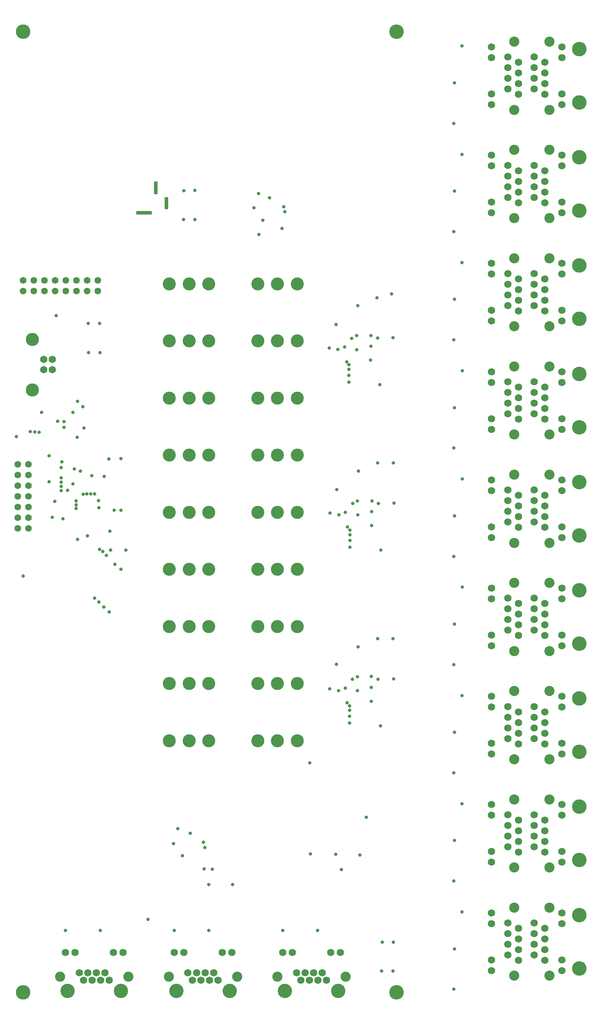
<source format=gbs>
G04*
G04 #@! TF.GenerationSoftware,Altium Limited,Altium Designer,23.10.1 (27)*
G04*
G04 Layer_Color=16711935*
%FSLAX44Y44*%
%MOMM*%
G71*
G04*
G04 #@! TF.SameCoordinates,2E78A80F-BD86-4490-A529-E194FF2111EF*
G04*
G04*
G04 #@! TF.FilePolarity,Negative*
G04*
G01*
G75*
%ADD54C,1.7272*%
%ADD55C,3.1242*%
G04:AMPARAMS|DCode=56|XSize=0.889mm|YSize=3.7084mm|CornerRadius=0.1359mm|HoleSize=0mm|Usage=FLASHONLY|Rotation=90.000|XOffset=0mm|YOffset=0mm|HoleType=Round|Shape=RoundedRectangle|*
%AMROUNDEDRECTD56*
21,1,0.8890,3.4366,0,0,90.0*
21,1,0.6172,3.7084,0,0,90.0*
1,1,0.2718,1.7183,0.3086*
1,1,0.2718,1.7183,-0.3086*
1,1,0.2718,-1.7183,-0.3086*
1,1,0.2718,-1.7183,0.3086*
%
%ADD56ROUNDEDRECTD56*%
G04:AMPARAMS|DCode=57|XSize=0.889mm|YSize=3.0988mm|CornerRadius=0.1359mm|HoleSize=0mm|Usage=FLASHONLY|Rotation=180.000|XOffset=0mm|YOffset=0mm|HoleType=Round|Shape=RoundedRectangle|*
%AMROUNDEDRECTD57*
21,1,0.8890,2.8270,0,0,180.0*
21,1,0.6172,3.0988,0,0,180.0*
1,1,0.2718,-0.3086,1.4135*
1,1,0.2718,0.3086,1.4135*
1,1,0.2718,0.3086,-1.4135*
1,1,0.2718,-0.3086,-1.4135*
%
%ADD57ROUNDEDRECTD57*%
G04:AMPARAMS|DCode=58|XSize=0.889mm|YSize=2.921mm|CornerRadius=0.1359mm|HoleSize=0mm|Usage=FLASHONLY|Rotation=180.000|XOffset=0mm|YOffset=0mm|HoleType=Round|Shape=RoundedRectangle|*
%AMROUNDEDRECTD58*
21,1,0.8890,2.6492,0,0,180.0*
21,1,0.6172,2.9210,0,0,180.0*
1,1,0.2718,-0.3086,1.3246*
1,1,0.2718,0.3086,1.3246*
1,1,0.2718,0.3086,-1.3246*
1,1,0.2718,-0.3086,-1.3246*
%
%ADD58ROUNDEDRECTD58*%
%ADD59C,3.0988*%
%ADD60C,1.6002*%
%ADD61C,2.4130*%
%ADD62C,3.4544*%
%ADD63C,3.4036*%
%ADD64C,0.8032*%
D54*
X99822Y1506728D02*
D03*
Y1531620D02*
D03*
X119888Y1506728D02*
D03*
Y1531620D02*
D03*
X1333246Y77470D02*
D03*
Y102870D02*
D03*
Y189230D02*
D03*
Y214630D02*
D03*
X1267206Y190500D02*
D03*
X1292606Y177800D02*
D03*
X1267206Y165100D02*
D03*
X1292606Y152400D02*
D03*
X1267206Y139700D02*
D03*
X1292606Y127000D02*
D03*
X1267206Y114300D02*
D03*
X1292606Y101600D02*
D03*
X1165606Y77470D02*
D03*
X1230376Y101600D02*
D03*
X1165606Y189230D02*
D03*
Y214630D02*
D03*
Y102870D02*
D03*
X1204976Y114300D02*
D03*
X1230376Y152400D02*
D03*
X1204976Y165100D02*
D03*
X1230376Y127000D02*
D03*
X1204976Y139700D02*
D03*
X1230376Y177800D02*
D03*
X1204976Y190500D02*
D03*
X1333246Y335026D02*
D03*
Y360426D02*
D03*
Y446786D02*
D03*
Y472186D02*
D03*
X1267206Y448056D02*
D03*
X1292606Y435356D02*
D03*
X1267206Y422656D02*
D03*
X1292606Y409956D02*
D03*
X1267206Y397256D02*
D03*
X1292606Y384556D02*
D03*
X1267206Y371856D02*
D03*
X1292606Y359156D02*
D03*
X1165606Y335026D02*
D03*
X1230376Y359156D02*
D03*
X1165606Y446786D02*
D03*
Y472186D02*
D03*
Y360426D02*
D03*
X1204976Y371856D02*
D03*
X1230376Y409956D02*
D03*
X1204976Y422656D02*
D03*
X1230376Y384556D02*
D03*
X1204976Y397256D02*
D03*
X1230376Y435356D02*
D03*
X1204976Y448056D02*
D03*
X1333246Y592582D02*
D03*
Y617982D02*
D03*
Y704342D02*
D03*
Y729742D02*
D03*
X1267206Y705612D02*
D03*
X1292606Y692912D02*
D03*
X1267206Y680212D02*
D03*
X1292606Y667512D02*
D03*
X1267206Y654812D02*
D03*
X1292606Y642112D02*
D03*
X1267206Y629412D02*
D03*
X1292606Y616712D02*
D03*
X1165606Y592582D02*
D03*
X1230376Y616712D02*
D03*
X1165606Y704342D02*
D03*
Y729742D02*
D03*
Y617982D02*
D03*
X1204976Y629412D02*
D03*
X1230376Y667512D02*
D03*
X1204976Y680212D02*
D03*
X1230376Y642112D02*
D03*
X1204976Y654812D02*
D03*
X1230376Y692912D02*
D03*
X1204976Y705612D02*
D03*
X1333246Y850138D02*
D03*
Y875538D02*
D03*
Y961898D02*
D03*
Y987298D02*
D03*
X1267206Y963168D02*
D03*
X1292606Y950468D02*
D03*
X1267206Y937768D02*
D03*
X1292606Y925068D02*
D03*
X1267206Y912368D02*
D03*
X1292606Y899668D02*
D03*
X1267206Y886968D02*
D03*
X1292606Y874268D02*
D03*
X1165606Y850138D02*
D03*
X1230376Y874268D02*
D03*
X1165606Y961898D02*
D03*
Y987298D02*
D03*
Y875538D02*
D03*
X1204976Y886968D02*
D03*
X1230376Y925068D02*
D03*
X1204976Y937768D02*
D03*
X1230376Y899668D02*
D03*
X1204976Y912368D02*
D03*
X1230376Y950468D02*
D03*
X1204976Y963168D02*
D03*
X1333246Y1107694D02*
D03*
Y1133094D02*
D03*
Y1219454D02*
D03*
Y1244854D02*
D03*
X1267206Y1220724D02*
D03*
X1292606Y1208024D02*
D03*
X1267206Y1195324D02*
D03*
X1292606Y1182624D02*
D03*
X1267206Y1169924D02*
D03*
X1292606Y1157224D02*
D03*
X1267206Y1144524D02*
D03*
X1292606Y1131824D02*
D03*
X1165606Y1107694D02*
D03*
X1230376Y1131824D02*
D03*
X1165606Y1219454D02*
D03*
Y1244854D02*
D03*
Y1133094D02*
D03*
X1204976Y1144524D02*
D03*
X1230376Y1182624D02*
D03*
X1204976Y1195324D02*
D03*
X1230376Y1157224D02*
D03*
X1204976Y1169924D02*
D03*
X1230376Y1208024D02*
D03*
X1204976Y1220724D02*
D03*
X1333246Y1365250D02*
D03*
Y1390650D02*
D03*
Y1477010D02*
D03*
Y1502410D02*
D03*
X1267206Y1478280D02*
D03*
X1292606Y1465580D02*
D03*
X1267206Y1452880D02*
D03*
X1292606Y1440180D02*
D03*
X1267206Y1427480D02*
D03*
X1292606Y1414780D02*
D03*
X1267206Y1402080D02*
D03*
X1292606Y1389380D02*
D03*
X1165606Y1365250D02*
D03*
X1230376Y1389380D02*
D03*
X1165606Y1477010D02*
D03*
Y1502410D02*
D03*
Y1390650D02*
D03*
X1204976Y1402080D02*
D03*
X1230376Y1440180D02*
D03*
X1204976Y1452880D02*
D03*
X1230376Y1414780D02*
D03*
X1204976Y1427480D02*
D03*
X1230376Y1465580D02*
D03*
X1204976Y1478280D02*
D03*
X1333246Y1622806D02*
D03*
Y1648206D02*
D03*
Y1734566D02*
D03*
Y1759966D02*
D03*
X1267206Y1735836D02*
D03*
X1292606Y1723136D02*
D03*
X1267206Y1710436D02*
D03*
X1292606Y1697736D02*
D03*
X1267206Y1685036D02*
D03*
X1292606Y1672336D02*
D03*
X1267206Y1659636D02*
D03*
X1292606Y1646936D02*
D03*
X1165606Y1622806D02*
D03*
X1230376Y1646936D02*
D03*
X1165606Y1734566D02*
D03*
Y1759966D02*
D03*
Y1648206D02*
D03*
X1204976Y1659636D02*
D03*
X1230376Y1697736D02*
D03*
X1204976Y1710436D02*
D03*
X1230376Y1672336D02*
D03*
X1204976Y1685036D02*
D03*
X1230376Y1723136D02*
D03*
X1204976Y1735836D02*
D03*
X1333246Y1880362D02*
D03*
Y1905762D02*
D03*
Y1992122D02*
D03*
Y2017522D02*
D03*
X1267206Y1993392D02*
D03*
X1292606Y1980692D02*
D03*
X1267206Y1967992D02*
D03*
X1292606Y1955292D02*
D03*
X1267206Y1942592D02*
D03*
X1292606Y1929892D02*
D03*
X1267206Y1917192D02*
D03*
X1292606Y1904492D02*
D03*
X1165606Y1880362D02*
D03*
X1230376Y1904492D02*
D03*
X1165606Y1992122D02*
D03*
Y2017522D02*
D03*
Y1905762D02*
D03*
X1204976Y1917192D02*
D03*
X1230376Y1955292D02*
D03*
X1204976Y1967992D02*
D03*
X1230376Y1929892D02*
D03*
X1204976Y1942592D02*
D03*
X1230376Y1980692D02*
D03*
X1204976Y1993392D02*
D03*
X1333246Y2137918D02*
D03*
Y2163318D02*
D03*
Y2249678D02*
D03*
Y2275078D02*
D03*
X1267206Y2250948D02*
D03*
X1292606Y2238248D02*
D03*
X1267206Y2225548D02*
D03*
X1292606Y2212848D02*
D03*
X1267206Y2200148D02*
D03*
X1292606Y2187448D02*
D03*
X1267206Y2174748D02*
D03*
X1292606Y2162048D02*
D03*
X1165606Y2137918D02*
D03*
X1230376Y2162048D02*
D03*
X1165606Y2249678D02*
D03*
Y2275078D02*
D03*
Y2163318D02*
D03*
X1204976Y2174748D02*
D03*
X1230376Y2212848D02*
D03*
X1204976Y2225548D02*
D03*
X1230376Y2187448D02*
D03*
X1204976Y2200148D02*
D03*
X1230376Y2238248D02*
D03*
X1204976Y2250948D02*
D03*
X669036Y119888D02*
D03*
X691896D02*
D03*
X783336D02*
D03*
X806196D02*
D03*
X701802Y71628D02*
D03*
X712026Y53848D02*
D03*
X722186Y71628D02*
D03*
X732409Y53848D02*
D03*
X742505Y71628D02*
D03*
X752793Y53848D02*
D03*
X762952Y71628D02*
D03*
X773176Y53848D02*
D03*
X410464Y119888D02*
D03*
X433324D02*
D03*
X524764D02*
D03*
X547624D02*
D03*
X443230Y71628D02*
D03*
X453453Y53848D02*
D03*
X463614Y71628D02*
D03*
X473837Y53848D02*
D03*
X483933Y71628D02*
D03*
X494221Y53848D02*
D03*
X504380Y71628D02*
D03*
X514604Y53848D02*
D03*
X151892Y119888D02*
D03*
X174752D02*
D03*
X266192D02*
D03*
X289052D02*
D03*
X184658Y71628D02*
D03*
X194881Y53848D02*
D03*
X205042Y71628D02*
D03*
X215265Y53848D02*
D03*
X225361Y71628D02*
D03*
X235648Y53848D02*
D03*
X245809Y71628D02*
D03*
X256032Y53848D02*
D03*
D55*
X72644Y1579372D02*
D03*
Y1458976D02*
D03*
D56*
X338582Y1880108D02*
D03*
D57*
X366522Y1940052D02*
D03*
D58*
X391668Y1903222D02*
D03*
D59*
X609346Y624078D02*
D03*
X656336D02*
D03*
X703326D02*
D03*
X399034D02*
D03*
X446024D02*
D03*
X493014D02*
D03*
X609346Y759968D02*
D03*
X656336D02*
D03*
X703326D02*
D03*
X399034D02*
D03*
X446024D02*
D03*
X493014D02*
D03*
X609346Y895858D02*
D03*
X656336D02*
D03*
X703326D02*
D03*
X399034D02*
D03*
X446024D02*
D03*
X493014D02*
D03*
X609346Y1031748D02*
D03*
X656336D02*
D03*
X703326D02*
D03*
X399034D02*
D03*
X446024D02*
D03*
X493014D02*
D03*
X609346Y1167638D02*
D03*
X656336D02*
D03*
X703326D02*
D03*
X399034D02*
D03*
X446024D02*
D03*
X493014D02*
D03*
X609346Y1303528D02*
D03*
X656336D02*
D03*
X703326D02*
D03*
X399034D02*
D03*
X446024D02*
D03*
X493014D02*
D03*
X609346Y1439418D02*
D03*
X656336D02*
D03*
X703326D02*
D03*
X399034D02*
D03*
X446024D02*
D03*
X493014D02*
D03*
X609346Y1575308D02*
D03*
X656336D02*
D03*
X703326D02*
D03*
X399034D02*
D03*
X446024D02*
D03*
X493014D02*
D03*
X609346Y1711198D02*
D03*
X656336D02*
D03*
X703326D02*
D03*
X399034D02*
D03*
X446024D02*
D03*
X493014D02*
D03*
D60*
X177800Y1719580D02*
D03*
Y1694180D02*
D03*
X152400Y1719580D02*
D03*
Y1694180D02*
D03*
X127000Y1719580D02*
D03*
Y1694180D02*
D03*
X101600Y1719580D02*
D03*
Y1694180D02*
D03*
X76200Y1719580D02*
D03*
Y1694180D02*
D03*
X50800Y1719580D02*
D03*
Y1694180D02*
D03*
X203200Y1719580D02*
D03*
Y1694180D02*
D03*
X228600Y1719580D02*
D03*
Y1694180D02*
D03*
X37846Y1282192D02*
D03*
X63246D02*
D03*
X37846Y1256792D02*
D03*
X63246D02*
D03*
X37846Y1231392D02*
D03*
X63246D02*
D03*
X37846Y1205992D02*
D03*
X63246D02*
D03*
X37846Y1180592D02*
D03*
X63246D02*
D03*
X37846Y1155192D02*
D03*
X63246D02*
D03*
X37846Y1129792D02*
D03*
X63246D02*
D03*
D61*
X1304036Y227203D02*
D03*
Y64897D02*
D03*
X1220216Y227203D02*
D03*
Y64897D02*
D03*
X1304036Y484759D02*
D03*
Y322453D02*
D03*
X1220216Y484759D02*
D03*
Y322453D02*
D03*
X1304036Y742315D02*
D03*
Y580009D02*
D03*
X1220216Y742315D02*
D03*
Y580009D02*
D03*
X1304036Y999871D02*
D03*
Y837565D02*
D03*
X1220216Y999871D02*
D03*
Y837565D02*
D03*
X1304036Y1257427D02*
D03*
Y1095121D02*
D03*
X1220216Y1257427D02*
D03*
Y1095121D02*
D03*
X1304036Y1514983D02*
D03*
Y1352677D02*
D03*
X1220216Y1514983D02*
D03*
Y1352677D02*
D03*
X1304036Y1772539D02*
D03*
Y1610233D02*
D03*
X1220216Y1772539D02*
D03*
Y1610233D02*
D03*
X1304036Y2030095D02*
D03*
Y1867789D02*
D03*
X1220216Y2030095D02*
D03*
Y1867789D02*
D03*
X1304036Y2287651D02*
D03*
Y2125345D02*
D03*
X1220216Y2287651D02*
D03*
Y2125345D02*
D03*
X818896Y62738D02*
D03*
X656336D02*
D03*
X560324D02*
D03*
X397764D02*
D03*
X301752D02*
D03*
X139192D02*
D03*
D62*
X1375156Y209550D02*
D03*
Y82550D02*
D03*
Y467106D02*
D03*
Y340106D02*
D03*
Y724662D02*
D03*
Y597662D02*
D03*
Y982218D02*
D03*
Y855218D02*
D03*
Y1239774D02*
D03*
Y1112774D02*
D03*
Y1497330D02*
D03*
Y1370330D02*
D03*
Y1754886D02*
D03*
Y1627886D02*
D03*
Y2012442D02*
D03*
Y1885442D02*
D03*
Y2269998D02*
D03*
Y2142998D02*
D03*
X939800Y2311400D02*
D03*
X50800D02*
D03*
X939800Y25400D02*
D03*
X50800D02*
D03*
D63*
X801116Y28448D02*
D03*
X674116D02*
D03*
X542544D02*
D03*
X415544D02*
D03*
X283972D02*
D03*
X156972D02*
D03*
D64*
X179989Y1103533D02*
D03*
X283718Y1295400D02*
D03*
X255270Y1294892D02*
D03*
X179578Y1345946D02*
D03*
X88646Y1357884D02*
D03*
X79096Y1359286D02*
D03*
X234037Y1547493D02*
D03*
X206859D02*
D03*
X34555Y1347735D02*
D03*
X243586Y1253490D02*
D03*
X193868Y1210752D02*
D03*
X221145Y1211402D02*
D03*
X213868Y1254760D02*
D03*
X232421Y1079511D02*
D03*
X240792Y1074674D02*
D03*
X249174Y1064768D02*
D03*
X269494Y1043940D02*
D03*
X283972Y1032002D02*
D03*
X204470Y1111758D02*
D03*
X172974Y1271270D02*
D03*
X186866Y1265604D02*
D03*
X180340Y1431798D02*
D03*
X193294Y1419098D02*
D03*
X143208Y1287526D02*
D03*
X141478Y1274318D02*
D03*
X67480Y1359822D02*
D03*
X129286Y1635760D02*
D03*
X195580Y1368552D02*
D03*
X232651Y1617438D02*
D03*
X205473D02*
D03*
X169164Y1405128D02*
D03*
X132842Y1384554D02*
D03*
X94742Y1405636D02*
D03*
X147828Y1370330D02*
D03*
X148082Y1383284D02*
D03*
X751586Y172974D02*
D03*
X669036D02*
D03*
X493014D02*
D03*
X410464D02*
D03*
X1075944Y32766D02*
D03*
X1077468Y129032D02*
D03*
X1075944Y290322D02*
D03*
X1077468Y386588D02*
D03*
X1075944Y547878D02*
D03*
X1077468Y644144D02*
D03*
X1075944Y805434D02*
D03*
X1077468Y901700D02*
D03*
X1075944Y1062990D02*
D03*
X1077468Y1159256D02*
D03*
X1075944Y1320546D02*
D03*
X1077468Y1416812D02*
D03*
X1075944Y1578102D02*
D03*
X1077468Y1674368D02*
D03*
X1075944Y1835658D02*
D03*
X1077468Y1931924D02*
D03*
X1075944Y2093214D02*
D03*
X1077468Y2189480D02*
D03*
X347726Y198882D02*
D03*
X295216Y1078230D02*
D03*
X259402D02*
D03*
X50546Y1015746D02*
D03*
X433324Y1933194D02*
D03*
X459753Y1933482D02*
D03*
X255524Y930656D02*
D03*
X243078Y942340D02*
D03*
X230886Y954532D02*
D03*
X221234Y963930D02*
D03*
X230124Y1195832D02*
D03*
X156464Y1219708D02*
D03*
X141478Y1219200D02*
D03*
Y1249680D02*
D03*
Y1239520D02*
D03*
X126492Y1194054D02*
D03*
X119888Y1155954D02*
D03*
X733298Y571754D02*
D03*
X808228Y317500D02*
D03*
X927608Y1687322D02*
D03*
X667258Y1843024D02*
D03*
X176802Y1176783D02*
D03*
X231092Y1178673D02*
D03*
X878858Y1588263D02*
D03*
X795800Y1614679D02*
D03*
X878078Y1529842D02*
D03*
X881144Y1194817D02*
D03*
X797832Y1221741D02*
D03*
X880306Y1136434D02*
D03*
X796816Y805689D02*
D03*
X880110Y718058D02*
D03*
X879758Y777007D02*
D03*
X611886Y1828800D02*
D03*
X848233Y847979D02*
D03*
X849249Y1266063D02*
D03*
X847217Y1659509D02*
D03*
X459499Y1864394D02*
D03*
X432321D02*
D03*
X828040Y666242D02*
D03*
Y682244D02*
D03*
X932942Y771652D02*
D03*
X896112Y770636D02*
D03*
X828040Y707390D02*
D03*
X827786Y696468D02*
D03*
X880110Y751078D02*
D03*
X846483Y743359D02*
D03*
X894588Y866902D02*
D03*
X931418Y867156D02*
D03*
X901517Y659953D02*
D03*
X846328Y776732D02*
D03*
X834595Y770333D02*
D03*
X801624Y743712D02*
D03*
X781050Y747522D02*
D03*
X822452Y714502D02*
D03*
X817531Y749582D02*
D03*
X826770Y1477772D02*
D03*
Y1493774D02*
D03*
X931672Y1583182D02*
D03*
X894842Y1582166D02*
D03*
X826770Y1518920D02*
D03*
X826516Y1507998D02*
D03*
X878840Y1562608D02*
D03*
X845213Y1554889D02*
D03*
X893318Y1678432D02*
D03*
X900247Y1471483D02*
D03*
X845058Y1588262D02*
D03*
X833325Y1581863D02*
D03*
X800354Y1555242D02*
D03*
X779780Y1559052D02*
D03*
X821182Y1526032D02*
D03*
X816261Y1561111D02*
D03*
X902280Y1078037D02*
D03*
X621792Y1862836D02*
D03*
X674370Y1882902D02*
D03*
X671068Y1895094D02*
D03*
X429768Y350266D02*
D03*
X904507Y75980D02*
D03*
X931685D02*
D03*
X932447Y145068D02*
D03*
X906018Y144780D02*
D03*
X600456Y1892554D02*
D03*
X637540Y1916176D02*
D03*
X611378Y1926590D02*
D03*
X481584Y319024D02*
D03*
X409194Y379730D02*
D03*
X419354Y414782D02*
D03*
X448818Y403860D02*
D03*
X479806Y382524D02*
D03*
X483108Y370332D02*
D03*
X492760Y282194D02*
D03*
X500888Y318008D02*
D03*
X549910Y282194D02*
D03*
X828802Y1084326D02*
D03*
Y1100328D02*
D03*
X933704Y1189736D02*
D03*
X896874Y1188720D02*
D03*
X828802Y1125474D02*
D03*
X828548Y1114552D02*
D03*
X880872Y1169162D02*
D03*
X847245Y1161443D02*
D03*
X895350Y1284986D02*
D03*
X932180Y1285240D02*
D03*
X847090Y1194816D02*
D03*
X835357Y1188417D02*
D03*
X802386Y1161796D02*
D03*
X781812Y1165606D02*
D03*
X823214Y1132586D02*
D03*
X818292Y1167665D02*
D03*
X868172Y441706D02*
D03*
X852932Y352552D02*
D03*
X795020Y353568D02*
D03*
X734822Y355092D02*
D03*
X1095780Y2277295D02*
D03*
Y2019739D02*
D03*
Y1762183D02*
D03*
X1096034Y1504627D02*
D03*
Y1247071D02*
D03*
Y989515D02*
D03*
X1095780Y731959D02*
D03*
Y474403D02*
D03*
X1096010Y216662D02*
D03*
X151892Y172974D02*
D03*
X234442D02*
D03*
X145542Y1152652D02*
D03*
X169164Y1235710D02*
D03*
X283972Y1172718D02*
D03*
X267970Y1172464D02*
D03*
X257302Y1122426D02*
D03*
X112776Y1302258D02*
D03*
X113030Y1240790D02*
D03*
X176784Y1185418D02*
D03*
Y1195070D02*
D03*
X211582Y1211580D02*
D03*
X202184D02*
D03*
X141478Y1229360D02*
D03*
M02*

</source>
